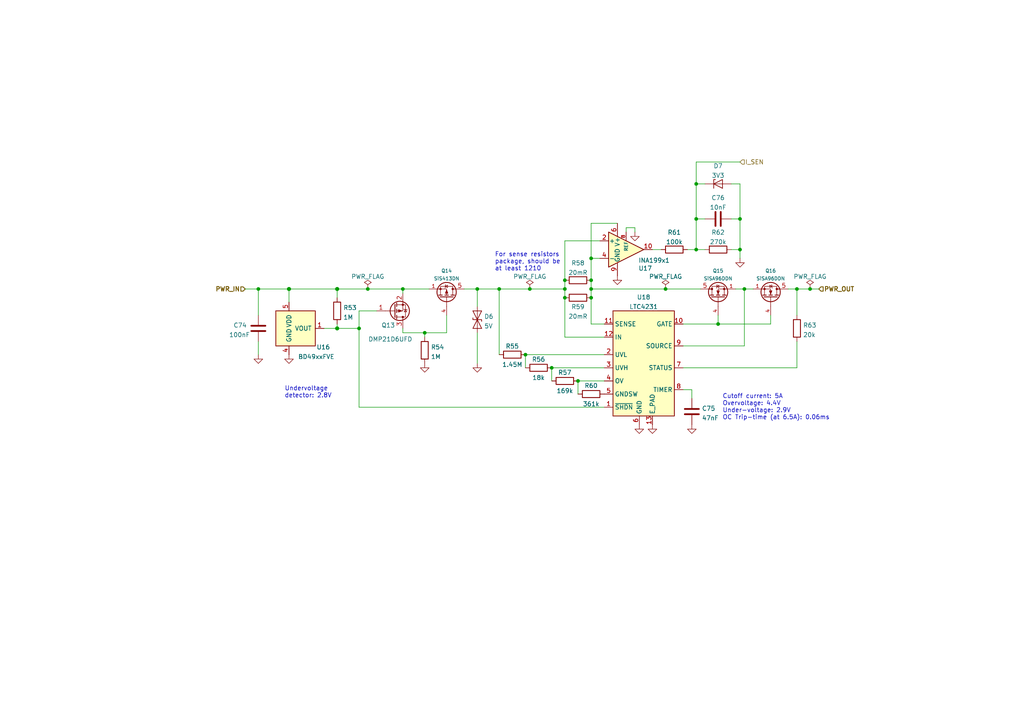
<source format=kicad_sch>
(kicad_sch (version 20210621) (generator eeschema)
  (paper "A4")
  (title_block (title "BUTCube - EPS") (date "2021-06-01") (rev "v1.0") (company "VUT - FIT(STRaDe) & FME(IAE & IPE)") (comment 1 "Author: Petr Malaník"))
  (lib_symbols
    (symbol "Device:C" (pin_numbers hide) (pin_names (offset 0.254))
      (property "Reference" "C" (at 0.635 2.54 0))
      (property "Value" "C" (at 0.635 -2.54 0))
      (symbol "C_0_1"
        (polyline (pts (xy -2.032 -0.762) (xy 2.032 -0.762)) (stroke (width 0.508)))
        (polyline (pts (xy -2.032 0.762) (xy 2.032 0.762)) (stroke (width 0.508)))
      )
      (symbol "C_1_1"
        (pin passive line (at 0 3.81 270) (length 2.794) (name "~") (number "1"))
        (pin passive line (at 0 -3.81 90) (length 2.794) (name "~") (number "2"))
      )
    )
    (symbol "Device:D_TVS" (pin_numbers hide) (pin_names (offset 1.016) hide)
      (property "Reference" "D" (at 0 2.54 0))
      (property "Value" "D_TVS" (at 0 -2.54 0))
      (symbol "D_TVS_0_1"
        (polyline (pts (xy 1.27 0) (xy -1.27 0)))
        (polyline (pts (xy -2.54 -1.27) (xy 0 0) (xy -2.54 1.27) (xy -2.54 -1.27)) (stroke (width 0.2032)))
        (polyline (pts (xy 0.508 1.27) (xy 0 1.27) (xy 0 -1.27) (xy -0.508 -1.27)) (stroke (width 0.2032)))
        (polyline (pts (xy 2.54 1.27) (xy 2.54 -1.27) (xy 0 0) (xy 2.54 1.27)) (stroke (width 0.2032)))
      )
      (symbol "D_TVS_1_1"
        (pin passive line (at -3.81 0 0) (length 2.54) (name "A1") (number "1"))
        (pin passive line (at 3.81 0 180) (length 2.54) (name "A2") (number "2"))
      )
    )
    (symbol "Device:D_Zener" (pin_numbers hide) (pin_names (offset 1.016) hide)
      (property "Reference" "D" (at 0 2.54 0))
      (property "Value" "D_Zener" (at 0 -2.54 0))
      (symbol "D_Zener_0_1"
        (polyline (pts (xy 1.27 0) (xy -1.27 0)))
        (polyline (pts (xy -1.27 -1.27) (xy -1.27 1.27) (xy -0.762 1.27)) (stroke (width 0.2032)))
        (polyline (pts (xy 1.27 -1.27) (xy 1.27 1.27) (xy -1.27 0) (xy 1.27 -1.27)) (stroke (width 0.2032)))
      )
      (symbol "D_Zener_1_1"
        (pin passive line (at -3.81 0 0) (length 2.54) (name "K") (number "1"))
        (pin passive line (at 3.81 0 180) (length 2.54) (name "A") (number "2"))
      )
    )
    (symbol "Device:R" (pin_numbers hide) (pin_names (offset 0))
      (property "Reference" "R" (at 2.032 0 90))
      (property "Value" "R" (at 0 0 90))
      (symbol "R_0_1"
        (rectangle (start -1.016 -2.54) (end 1.016 2.54) (stroke (width 0.254)))
      )
      (symbol "R_1_1"
        (pin passive line (at 0 3.81 270) (length 1.27) (name "~") (number "1"))
        (pin passive line (at 0 -3.81 90) (length 1.27) (name "~") (number "2"))
      )
    )
    (symbol "Power_Management:BD49xxFVE" (pin_names (offset 1.016))
      (property "Reference" "U" (at -3.81 6.35 0))
      (property "Value" "BD49xxFVE" (at -5.08 0 90))
      (symbol "BD49xxFVE_1_1"
        (rectangle (start -3.81 5.08) (end 7.62 -5.08) (stroke (width 0.254)) (fill (type background)))
        (pin output line (at 10.16 0 180) (length 2.54) (name "VOUT") (number "1"))
        (pin passive line (at 0 -7.62 90) (length 2.54) hide (name "GND") (number "2"))
        (pin power_in line (at 0 -7.62 90) (length 2.54) (name "GND") (number "4"))
        (pin power_in line (at 0 7.62 270) (length 2.54) (name "VDD") (number "5"))
      )
    )
    (symbol "TCY_power_management:INA199" (pin_names (offset 0.127))
      (property "Reference" "U" (at 3.81 3.81 0))
      (property "Value" "INA199" (at 3.81 -3.81 0))
      (symbol "INA199_0_1"
        (polyline (pts (xy 5.08 0) (xy -5.08 5.08) (xy -5.08 -5.08) (xy 5.08 0)) (stroke (width 0.254)) (fill (type background)))
      )
      (symbol "INA199_1_1"
        (pin output line (at 7.62 0 180) (length 2.54) (name "~") (number "10"))
        (pin input line (at -7.62 2.54 0) (length 2.54) (name "+") (number "2"))
        (pin input line (at -7.62 2.54 0) (length 2.54) hide (name "+") (number "3"))
        (pin input line (at -7.62 -2.54 0) (length 2.54) (name "-") (number "4"))
        (pin input line (at -7.62 -2.54 0) (length 2.54) hide (name "-") (number "5"))
        (pin power_in line (at -2.54 7.62 270) (length 3.81) (name "V+") (number "6"))
        (pin input line (at 0 5.08 270) (length 2.54) (name "REF") (number "8"))
        (pin power_in line (at -2.54 -7.62 90) (length 3.81) (name "GND") (number "9"))
      )
    )
    (symbol "TCY_power_management:LTC4231"
      (property "Reference" "U" (at 0 11.43 0))
      (property "Value" "LTC4231" (at 0 -5.08 0))
      (symbol "LTC4231_0_1"
        (rectangle (start -8.89 15.24) (end 8.89 -15.24) (stroke (width 0.254)) (fill (type background)))
      )
      (symbol "LTC4231_1_1"
        (pin input line (at -11.43 -12.7 0) (length 2.54) (name "~{SHDN}") (number "1"))
        (pin output line (at 11.43 11.43 180) (length 2.54) (name "GATE") (number "10"))
        (pin input line (at -11.43 11.43 0) (length 2.54) (name "SENSE") (number "11"))
        (pin power_in line (at -11.43 7.62 0) (length 2.54) (name "IN") (number "12"))
        (pin passive line (at 2.54 -17.78 90) (length 2.54) (name "E_PAD") (number "13"))
        (pin input line (at -11.43 2.54 0) (length 2.54) (name "UVL") (number "2"))
        (pin input line (at -11.43 -1.27 0) (length 2.54) (name "UVH") (number "3"))
        (pin input line (at -11.43 -5.08 0) (length 2.54) (name "OV") (number "4"))
        (pin passive line (at -11.43 -8.89 0) (length 2.54) (name "GNDSW") (number "5"))
        (pin passive line (at -1.27 -17.78 90) (length 2.54) (name "GND") (number "6"))
        (pin output line (at 11.43 -1.27 180) (length 2.54) (name "STATUS") (number "7"))
        (pin passive line (at 11.43 -7.62 180) (length 2.54) (name "TIMER") (number "8"))
        (pin input line (at 11.43 5.08 180) (length 2.54) (name "SOURCE") (number "9"))
      )
    )
    (symbol "TCY_transistors:DMP21D6UFD" (pin_names (offset 0) hide)
      (property "Reference" "Q" (at 5.08 1.27 0))
      (property "Value" "DMP21D6UFD" (at -2.54 -15.24 0))
      (symbol "DMP21D6UFD_0_1"
        (circle (center 1.651 0) (radius 2.794) (stroke (width 0.254)))
        (circle (center 2.54 -1.778) (radius 0.254) (fill (type outline)))
        (circle (center 2.54 1.778) (radius 0.254) (fill (type outline)))
        (polyline (pts (xy 0.254 0) (xy -2.54 0)))
        (polyline (pts (xy 0.254 1.905) (xy 0.254 -1.905)) (stroke (width 0.254)))
        (polyline (pts (xy 0.762 -1.27) (xy 0.762 -2.286)) (stroke (width 0.254)))
        (polyline (pts (xy 0.762 0.508) (xy 0.762 -0.508)) (stroke (width 0.254)))
        (polyline (pts (xy 0.762 2.286) (xy 0.762 1.27)) (stroke (width 0.254)))
        (polyline (pts (xy 2.54 2.54) (xy 2.54 1.778)))
        (polyline (pts (xy 2.54 -2.54) (xy 2.54 0) (xy 0.762 0)))
        (polyline (pts (xy 0.762 1.778) (xy 3.302 1.778) (xy 3.302 -1.778) (xy 0.762 -1.778)))
        (polyline (pts (xy 2.794 -0.508) (xy 2.921 -0.381) (xy 3.683 -0.381) (xy 3.81 -0.254)))
        (polyline (pts (xy 3.302 -0.381) (xy 2.921 0.254) (xy 3.683 0.254) (xy 3.302 -0.381)))
        (polyline (pts (xy 2.286 0) (xy 1.27 0.381) (xy 1.27 -0.381) (xy 2.286 0)) (fill (type outline)))
      )
      (symbol "DMP21D6UFD_1_1"
        (pin input line (at -5.08 0 0) (length 2.54) (name "G") (number "1"))
        (pin passive line (at 2.54 -5.08 90) (length 2.54) (name "S") (number "2"))
        (pin passive line (at 2.54 5.08 270) (length 2.54) (name "D") (number "3"))
      )
    )
    (symbol "TCY_transistors:SiS413DN" (pin_names hide)
      (property "Reference" "Q" (at 8.89 2.54 0))
      (property "Value" "SiS413DN" (at 8.89 0 0))
      (symbol "SiS413DN_0_1"
        (circle (center -0.889 0) (radius 2.794) (stroke (width 0.254)))
        (circle (center 0 -1.778) (radius 0.254) (fill (type outline)))
        (circle (center 0 1.778) (radius 0.254) (fill (type outline)))
        (polyline (pts (xy -2.286 0) (xy -5.08 0)))
        (polyline (pts (xy -2.286 1.905) (xy -2.286 -1.905)) (stroke (width 0.254)))
        (polyline (pts (xy -1.778 -1.27) (xy -1.778 -2.286)) (stroke (width 0.254)))
        (polyline (pts (xy -1.778 0.508) (xy -1.778 -0.508)) (stroke (width 0.254)))
        (polyline (pts (xy -1.778 2.286) (xy -1.778 1.27)) (stroke (width 0.254)))
        (polyline (pts (xy 0 2.54) (xy 0 1.778)))
        (polyline (pts (xy 0 -2.54) (xy 0 0) (xy -1.778 0)))
        (polyline (pts (xy -1.778 1.778) (xy 0.762 1.778) (xy 0.762 -1.778) (xy -1.778 -1.778)))
        (polyline (pts (xy 0.254 -0.508) (xy 0.381 -0.381) (xy 1.143 -0.381) (xy 1.27 -0.254)))
        (polyline (pts (xy 0.762 -0.381) (xy 0.381 0.254) (xy 1.143 0.254) (xy 0.762 -0.381)))
        (polyline (pts (xy -0.254 0) (xy -1.27 0.381) (xy -1.27 -0.381) (xy -0.254 0)) (fill (type outline)))
      )
      (symbol "SiS413DN_1_1"
        (pin passive line (at 0 -5.08 90) (length 2.54) (name "S") (number "1"))
        (pin passive line (at 0 -5.08 90) (length 2.54) hide (name "S") (number "2"))
        (pin passive line (at 0 -5.08 90) (length 2.54) hide (name "S") (number "3"))
        (pin passive line (at -7.62 0 0) (length 2.54) (name "G") (number "4"))
        (pin passive line (at 0 5.08 270) (length 2.54) (name "D") (number "5"))
        (pin passive line (at 0 5.08 270) (length 2.54) hide (name "D") (number "6"))
        (pin passive line (at 0 5.08 270) (length 2.54) hide (name "D") (number "7"))
        (pin passive line (at 0 5.08 270) (length 2.54) hide (name "D") (number "8"))
        (pin passive line (at 0 5.08 270) (length 2.54) hide (name "D") (number "9"))
      )
    )
    (symbol "TCY_transistors:SiSA96DDN" (pin_names hide)
      (property "Reference" "Q" (at 7.62 1.27 0))
      (property "Value" "SiSA96DDN" (at 7.62 -1.27 0))
      (symbol "SiSA96DDN_0_1"
        (circle (center 1.651 0) (radius 2.794) (stroke (width 0.254)))
        (circle (center 2.54 -1.778) (radius 0.254) (fill (type outline)))
        (circle (center 2.54 1.778) (radius 0.254) (fill (type outline)))
        (polyline (pts (xy 0.254 0) (xy -2.54 0)))
        (polyline (pts (xy 0.254 1.905) (xy 0.254 -1.905)) (stroke (width 0.254)))
        (polyline (pts (xy 0.762 -1.27) (xy 0.762 -2.286)) (stroke (width 0.254)))
        (polyline (pts (xy 0.762 0.508) (xy 0.762 -0.508)) (stroke (width 0.254)))
        (polyline (pts (xy 0.762 2.286) (xy 0.762 1.27)) (stroke (width 0.254)))
        (polyline (pts (xy 2.54 2.54) (xy 2.54 1.778)))
        (polyline (pts (xy 2.54 2.54) (xy 2.54 1.778)))
        (polyline (pts (xy 2.54 -2.54) (xy 2.54 0) (xy 0.762 0)))
        (polyline (pts (xy 0.762 -1.778) (xy 3.302 -1.778) (xy 3.302 1.778) (xy 0.762 1.778)))
        (polyline (pts (xy 2.794 0.508) (xy 2.921 0.381) (xy 3.683 0.381) (xy 3.81 0.254)))
        (polyline (pts (xy 3.302 0.381) (xy 2.921 -0.254) (xy 3.683 -0.254) (xy 3.302 0.381)))
        (polyline (pts (xy 1.016 0) (xy 2.032 0.381) (xy 2.032 -0.381) (xy 1.016 0)) (fill (type outline)))
      )
      (symbol "SiSA96DDN_1_1"
        (pin passive line (at 2.54 -5.08 90) (length 2.54) (name "S") (number "1"))
        (pin passive line (at 2.54 -5.08 90) (length 2.54) hide (name "S") (number "2"))
        (pin passive line (at 2.54 -5.08 90) (length 2.54) hide (name "S") (number "3"))
        (pin passive line (at -5.08 0 0) (length 2.54) (name "G") (number "4"))
        (pin passive line (at 2.54 5.08 270) (length 2.54) (name "D") (number "5"))
        (pin passive line (at 2.54 5.08 270) (length 2.54) hide (name "D") (number "6"))
        (pin passive line (at 2.54 5.08 270) (length 2.54) hide (name "D") (number "7"))
        (pin passive line (at 2.54 5.08 270) (length 2.54) hide (name "D") (number "8"))
        (pin passive line (at 2.54 5.08 270) (length 2.54) hide (name "D") (number "9"))
      )
    )
    (symbol "power:GND" (power) (pin_names (offset 0))
      (property "Value" "GND" (at 0 -3.81 0))
      (symbol "GND_0_1"
        (polyline (pts (xy 0 0) (xy 0 -1.27) (xy 1.27 -1.27) (xy 0 -2.54) (xy -1.27 -1.27) (xy 0 -1.27)))
      )
      (symbol "GND_1_1"
        (pin power_in line (at 0 0 270) (length 0) hide (name "GND") (number "1"))
      )
    )
    (symbol "power:PWR_FLAG" (power) (pin_numbers hide) (pin_names (offset 0) hide)
      (property "Value" "PWR_FLAG" (at 0 3.81 0))
      (symbol "PWR_FLAG_0_0"
        (pin power_out line (at 0 0 90) (length 0) (name "pwr") (number "1"))
      )
      (symbol "PWR_FLAG_0_1"
        (polyline (pts (xy 0 0) (xy 0 1.27) (xy -1.016 1.905) (xy 0 2.54) (xy 1.016 1.905) (xy 0 1.27)))
      )
    )
  )
  (junction (at 74.93 83.82) (diameter 0.9144))
  (junction (at 83.82 83.82) (diameter 1.016))
  (junction (at 97.79 83.82) (diameter 1.016))
  (junction (at 97.79 95.25) (diameter 1.016))
  (junction (at 104.14 95.25) (diameter 0.9144))
  (junction (at 106.68 83.82) (diameter 0.9144))
  (junction (at 116.84 83.82) (diameter 0.9144))
  (junction (at 123.19 96.52) (diameter 0.9144))
  (junction (at 138.43 83.82) (diameter 0.9144))
  (junction (at 144.78 83.82) (diameter 0.9144))
  (junction (at 152.4 102.87) (diameter 0.9144))
  (junction (at 153.67 83.82) (diameter 0.9144))
  (junction (at 160.02 106.68) (diameter 0.9144))
  (junction (at 163.83 81.28) (diameter 0.9144))
  (junction (at 163.83 83.82) (diameter 0.9144))
  (junction (at 163.83 86.36) (diameter 0.9144))
  (junction (at 167.64 110.49) (diameter 0.9144))
  (junction (at 171.45 74.93) (diameter 0.9144))
  (junction (at 171.45 81.28) (diameter 0.9144))
  (junction (at 171.45 83.82) (diameter 0.9144))
  (junction (at 171.45 86.36) (diameter 0.9144))
  (junction (at 193.04 83.82) (diameter 0.9144))
  (junction (at 201.93 53.34) (diameter 0.9144))
  (junction (at 201.93 63.5) (diameter 0.9144))
  (junction (at 201.93 72.39) (diameter 0.9144))
  (junction (at 208.28 93.98) (diameter 0.9144))
  (junction (at 214.63 63.5) (diameter 0.9144))
  (junction (at 214.63 72.39) (diameter 0.9144))
  (junction (at 215.9 83.82) (diameter 0.9144))
  (junction (at 231.14 83.82) (diameter 0.9144))
  (junction (at 234.95 83.82) (diameter 0.9144))
  (wire (pts (xy 71.12 83.82) (xy 74.93 83.82)))
  (wire (pts (xy 74.93 83.82) (xy 74.93 91.44)))
  (wire (pts (xy 74.93 83.82) (xy 83.82 83.82)))
  (wire (pts (xy 74.93 99.06) (xy 74.93 102.87)))
  (wire (pts (xy 83.82 83.82) (xy 97.79 83.82)))
  (wire (pts (xy 83.82 87.63) (xy 83.82 83.82)))
  (wire (pts (xy 97.79 83.82) (xy 97.79 86.36)))
  (wire (pts (xy 97.79 83.82) (xy 106.68 83.82)))
  (wire (pts (xy 97.79 93.98) (xy 97.79 95.25)))
  (wire (pts (xy 97.79 95.25) (xy 93.98 95.25)))
  (wire (pts (xy 104.14 90.17) (xy 104.14 95.25)))
  (wire (pts (xy 104.14 95.25) (xy 97.79 95.25)))
  (wire (pts (xy 104.14 118.11) (xy 104.14 95.25)))
  (wire (pts (xy 106.68 83.82) (xy 116.84 83.82)))
  (wire (pts (xy 109.22 90.17) (xy 104.14 90.17)))
  (wire (pts (xy 116.84 83.82) (xy 116.84 85.09)))
  (wire (pts (xy 116.84 83.82) (xy 124.46 83.82)))
  (wire (pts (xy 116.84 95.25) (xy 116.84 96.52)))
  (wire (pts (xy 116.84 96.52) (xy 123.19 96.52)))
  (wire (pts (xy 123.19 96.52) (xy 123.19 97.79)))
  (wire (pts (xy 123.19 96.52) (xy 129.54 96.52)))
  (wire (pts (xy 129.54 91.44) (xy 129.54 96.52)))
  (wire (pts (xy 134.62 83.82) (xy 138.43 83.82)))
  (wire (pts (xy 138.43 83.82) (xy 138.43 88.9)))
  (wire (pts (xy 138.43 83.82) (xy 144.78 83.82)))
  (wire (pts (xy 138.43 96.52) (xy 138.43 105.41)))
  (wire (pts (xy 144.78 83.82) (xy 153.67 83.82)))
  (wire (pts (xy 144.78 102.87) (xy 144.78 83.82)))
  (wire (pts (xy 152.4 102.87) (xy 152.4 106.68)))
  (wire (pts (xy 152.4 102.87) (xy 175.26 102.87)))
  (wire (pts (xy 153.67 83.82) (xy 163.83 83.82)))
  (wire (pts (xy 160.02 106.68) (xy 160.02 110.49)))
  (wire (pts (xy 160.02 106.68) (xy 175.26 106.68)))
  (wire (pts (xy 163.83 69.85) (xy 163.83 81.28)))
  (wire (pts (xy 163.83 81.28) (xy 163.83 83.82)))
  (wire (pts (xy 163.83 86.36) (xy 163.83 83.82)))
  (wire (pts (xy 163.83 97.79) (xy 163.83 86.36)))
  (wire (pts (xy 167.64 110.49) (xy 167.64 114.3)))
  (wire (pts (xy 167.64 110.49) (xy 175.26 110.49)))
  (wire (pts (xy 171.45 64.77) (xy 171.45 74.93)))
  (wire (pts (xy 171.45 64.77) (xy 179.07 64.77)))
  (wire (pts (xy 171.45 74.93) (xy 171.45 81.28)))
  (wire (pts (xy 171.45 81.28) (xy 171.45 83.82)))
  (wire (pts (xy 171.45 83.82) (xy 193.04 83.82)))
  (wire (pts (xy 171.45 86.36) (xy 171.45 83.82)))
  (wire (pts (xy 171.45 93.98) (xy 171.45 86.36)))
  (wire (pts (xy 173.99 69.85) (xy 163.83 69.85)))
  (wire (pts (xy 173.99 74.93) (xy 171.45 74.93)))
  (wire (pts (xy 175.26 93.98) (xy 171.45 93.98)))
  (wire (pts (xy 175.26 97.79) (xy 163.83 97.79)))
  (wire (pts (xy 175.26 118.11) (xy 104.14 118.11)))
  (wire (pts (xy 181.61 66.04) (xy 184.15 66.04)))
  (wire (pts (xy 181.61 67.31) (xy 181.61 66.04)))
  (wire (pts (xy 184.15 66.04) (xy 184.15 67.31)))
  (wire (pts (xy 189.23 72.39) (xy 191.77 72.39)))
  (wire (pts (xy 193.04 83.82) (xy 203.2 83.82)))
  (wire (pts (xy 198.12 93.98) (xy 208.28 93.98)))
  (wire (pts (xy 198.12 100.33) (xy 215.9 100.33)))
  (wire (pts (xy 198.12 106.68) (xy 231.14 106.68)))
  (wire (pts (xy 198.12 113.03) (xy 200.66 113.03)))
  (wire (pts (xy 199.39 72.39) (xy 201.93 72.39)))
  (wire (pts (xy 200.66 113.03) (xy 200.66 115.57)))
  (wire (pts (xy 201.93 46.99) (xy 201.93 53.34)))
  (wire (pts (xy 201.93 46.99) (xy 214.63 46.99)))
  (wire (pts (xy 201.93 53.34) (xy 201.93 63.5)))
  (wire (pts (xy 201.93 63.5) (xy 201.93 72.39)))
  (wire (pts (xy 201.93 72.39) (xy 204.47 72.39)))
  (wire (pts (xy 204.47 53.34) (xy 201.93 53.34)))
  (wire (pts (xy 204.47 63.5) (xy 201.93 63.5)))
  (wire (pts (xy 208.28 91.44) (xy 208.28 93.98)))
  (wire (pts (xy 208.28 93.98) (xy 223.52 93.98)))
  (wire (pts (xy 212.09 53.34) (xy 214.63 53.34)))
  (wire (pts (xy 212.09 63.5) (xy 214.63 63.5)))
  (wire (pts (xy 212.09 72.39) (xy 214.63 72.39)))
  (wire (pts (xy 213.36 83.82) (xy 215.9 83.82)))
  (wire (pts (xy 214.63 53.34) (xy 214.63 63.5)))
  (wire (pts (xy 214.63 63.5) (xy 214.63 72.39)))
  (wire (pts (xy 214.63 72.39) (xy 214.63 74.93)))
  (wire (pts (xy 215.9 83.82) (xy 218.44 83.82)))
  (wire (pts (xy 215.9 100.33) (xy 215.9 83.82)))
  (wire (pts (xy 223.52 91.44) (xy 223.52 93.98)))
  (wire (pts (xy 231.14 83.82) (xy 228.6 83.82)))
  (wire (pts (xy 231.14 83.82) (xy 234.95 83.82)))
  (wire (pts (xy 231.14 91.44) (xy 231.14 83.82)))
  (wire (pts (xy 231.14 99.06) (xy 231.14 106.68)))
  (wire (pts (xy 234.95 83.82) (xy 237.49 83.82)))
  (text "Undervoltage\ndetector: 2.8V" (at 82.55 115.57 0) (effects (font (size 1.27 1.27)) (justify left bottom)))
  (text "For sense resistors\npackage, should be\nat least 1210" (at 143.51 78.74 0) (effects (font (size 1.27 1.27)) (justify left bottom)))
  (text "Cutoff current: 5A\nOvervoltage: 4.4V\nUnder-voltage: 2.9V\nOC Trip-time (at 6.5A): 0.06ms" (at 209.55 121.92 0) (effects (font (size 1.27 1.27)) (justify left bottom)))
  (hierarchical_label "PWR_IN" (shape input) (at 71.12 83.82 180) (effects (font (thickness 0.254))))
  (hierarchical_label "I_SEN" (shape input) (at 214.63 46.99 0))
  (hierarchical_label "PWR_OUT" (shape input) (at 237.49 83.82 0) (effects (font (thickness 0.254))))
  (symbol (lib_id "power:PWR_FLAG") (at 106.68 83.82 0)
    (property "Reference" "#FLG07" (effects hide))
    (property "Value" "PWR_FLAG" (at 106.68 80.2154 0))
  )
  (symbol (lib_id "power:PWR_FLAG") (at 153.67 83.82 0)
    (property "Reference" "#FLG08" (effects hide))
    (property "Value" "PWR_FLAG" (at 153.67 80.2154 0))
  )
  (symbol (lib_id "power:PWR_FLAG") (at 193.04 83.82 0)
    (property "Reference" "#FLG09" (effects hide))
    (property "Value" "PWR_FLAG" (at 193.04 80.2154 0))
  )
  (symbol (lib_id "power:PWR_FLAG") (at 234.95 83.82 0)
    (property "Reference" "#FLG010" (effects hide))
    (property "Value" "PWR_FLAG" (at 234.95 80.2154 0))
  )
  (symbol (lib_id "power:GND") (at 74.93 102.87 0)
    (property "Reference" "#PWR0151" (effects hide))
    (property "Value" "GND" (effects hide))
  )
  (symbol (lib_id "power:GND") (at 83.82 102.87 0)
    (property "Reference" "#PWR0152" (effects hide))
    (property "Value" "GND" (effects hide))
  )
  (symbol (lib_id "power:GND") (at 123.19 105.41 0)
    (property "Reference" "#PWR0153" (effects hide))
    (property "Value" "GND" (effects hide))
  )
  (symbol (lib_id "power:GND") (at 138.43 105.41 0)
    (property "Reference" "#PWR0154" (effects hide))
    (property "Value" "GND" (effects hide))
  )
  (symbol (lib_id "power:GND") (at 179.07 80.01 0)
    (property "Reference" "#PWR0155" (effects hide))
    (property "Value" "GND" (effects hide))
  )
  (symbol (lib_id "power:GND") (at 184.15 67.31 0)
    (property "Reference" "#PWR0156" (effects hide))
    (property "Value" "GND" (effects hide))
  )
  (symbol (lib_id "power:GND") (at 185.42 123.19 0)
    (property "Reference" "#PWR0157" (effects hide))
    (property "Value" "GND" (effects hide))
  )
  (symbol (lib_id "power:GND") (at 189.23 123.19 0)
    (property "Reference" "#PWR0158" (effects hide))
    (property "Value" "GND" (effects hide))
  )
  (symbol (lib_id "power:GND") (at 200.66 123.19 0)
    (property "Reference" "#PWR0159" (effects hide))
    (property "Value" "GND" (effects hide))
  )
  (symbol (lib_id "power:GND") (at 214.63 74.93 0)
    (property "Reference" "#PWR0160" (effects hide))
    (property "Value" "GND" (effects hide))
  )
  (symbol (lib_id "Device:R") (at 97.79 90.17 0)
    (property "Reference" "R53" (at 99.5681 89.2615 0) (effects (justify left)))
    (property "Value" "1M" (at 99.5681 92.0366 0) (effects (justify left)))
  )
  (symbol (lib_id "Device:R") (at 123.19 101.6 0)
    (property "Reference" "R54" (at 124.9681 100.6915 0) (effects (justify left)))
    (property "Value" "1M" (at 124.9681 103.4666 0) (effects (justify left)))
  )
  (symbol (lib_id "Device:R") (at 148.59 102.87 90)
    (property "Reference" "R55" (at 148.59 100.4274 90))
    (property "Value" "1.45M" (at 148.59 105.7425 90))
  )
  (symbol (lib_id "Device:R") (at 156.21 106.68 90)
    (property "Reference" "R56" (at 156.21 104.2374 90))
    (property "Value" "18k" (at 156.21 109.5525 90))
  )
  (symbol (lib_id "Device:R") (at 163.83 110.49 90)
    (property "Reference" "R57" (at 163.83 108.0474 90))
    (property "Value" "169k" (at 163.83 113.3625 90))
  )
  (symbol (lib_id "Device:R") (at 167.64 81.28 90)
    (property "Reference" "R58" (at 167.64 76.2974 90))
    (property "Value" "20mR" (at 167.64 79.0725 90))
  )
  (symbol (lib_id "Device:R") (at 167.64 86.36 90)
    (property "Reference" "R59" (at 167.64 88.9974 90))
    (property "Value" "20mR" (at 167.64 91.7725 90))
  )
  (symbol (lib_id "Device:R") (at 171.45 114.3 90)
    (property "Reference" "R60" (at 171.45 111.8574 90))
    (property "Value" "361k" (at 171.45 117.1725 90))
  )
  (symbol (lib_id "Device:R") (at 195.58 72.39 90)
    (property "Reference" "R61" (at 195.58 67.4074 90))
    (property "Value" "100k" (at 195.58 70.1825 90))
  )
  (symbol (lib_id "Device:R") (at 208.28 72.39 90)
    (property "Reference" "R62" (at 208.28 67.4074 90))
    (property "Value" "270k" (at 208.28 70.1825 90))
  )
  (symbol (lib_id "Device:R") (at 231.14 95.25 0)
    (property "Reference" "R63" (at 232.9181 94.3415 0) (effects (justify left)))
    (property "Value" "20k" (at 232.9181 97.1166 0) (effects (justify left)))
  )
  (symbol (lib_id "Device:D_TVS") (at 138.43 92.71 90)
    (property "Reference" "D6" (at 140.4367 91.8015 90) (effects (justify right)))
    (property "Value" "5V" (at 140.4367 94.5766 90) (effects (justify right)))
  )
  (symbol (lib_id "Device:D_Zener") (at 208.28 53.34 0)
    (property "Reference" "D7" (at 208.28 48.1288 0))
    (property "Value" "3V3" (at 208.28 50.9039 0))
  )
  (symbol (lib_id "Device:C") (at 74.93 95.25 0)
    (property "Reference" "C74" (at 67.6911 94.3415 0) (effects (justify left)))
    (property "Value" "100nF" (at 66.4211 97.1166 0) (effects (justify left)))
  )
  (symbol (lib_id "Device:C") (at 200.66 119.38 0)
    (property "Reference" "C75" (at 203.5811 118.4715 0) (effects (justify left)))
    (property "Value" "47nF" (at 203.5811 121.2466 0) (effects (justify left)))
  )
  (symbol (lib_id "Device:C") (at 208.28 63.5 90)
    (property "Reference" "C76" (at 208.28 57.3744 90))
    (property "Value" "10nF" (at 208.28 60.1495 90))
  )
  (symbol (lib_id "TCY_transistors:DMP21D6UFD") (at 114.3 90.17 0) (mirror x)
    (property "Reference" "Q13" (at 110.6171 94.3415 0) (effects (justify left)))
    (property "Value" "DMP21D6UFD" (at 106.8071 98.3866 0) (effects (justify left)))
    (property "Footprint" "TCY_IC:DFN-3_1.2x1.2mm" (effects hide))
  )
  (symbol (lib_id "TCY_transistors:SiS413DN") (at 129.54 83.82 270) (mirror x)
    (property "Reference" "Q14" (at 129.54 78.5488 90) (effects (font (size 1 1))))
    (property "Value" "SiS413DN" (at 129.54 80.7878 90) (effects (font (size 1 1))))
    (property "Footprint" "Package_SO:Vishay_PowerPAK_1212-8_Single" (effects hide))
    (property "Datasheet" "https://www.vishay.com/docs/63262/sis413dn.pdf" (effects hide))
  )
  (symbol (lib_id "TCY_transistors:SiSA96DDN") (at 208.28 86.36 90)
    (property "Reference" "Q15" (at 208.28 78.5488 90) (effects (font (size 1 1))))
    (property "Value" "SiSA96DDN" (at 208.28 80.7878 90) (effects (font (size 1 1))))
    (property "Footprint" "Package_SO:Vishay_PowerPAK_1212-8_Single" (effects hide))
    (property "Datasheet" "https://www.vishay.com/docs/75285/sisa96dn.pdf" (effects hide))
  )
  (symbol (lib_id "TCY_transistors:SiSA96DDN") (at 223.52 86.36 270) (mirror x)
    (property "Reference" "Q16" (at 223.52 78.5488 90) (effects (font (size 1 1))))
    (property "Value" "SiSA96DDN" (at 223.52 80.7878 90) (effects (font (size 1 1))))
    (property "Footprint" "Package_SO:Vishay_PowerPAK_1212-8_Single" (effects hide))
    (property "Datasheet" "https://www.vishay.com/docs/75285/sisa96dn.pdf" (effects hide))
  )
  (symbol (lib_id "Power_Management:BD49xxFVE") (at 83.82 95.25 0)
    (property "Reference" "U16" (at 95.7579 100.6915 0) (effects (justify right)))
    (property "Value" "BD49xxFVE" (at 97.0279 103.4666 0) (effects (justify right)))
    (property "Footprint" "Package_TO_SOT_SMD:VSOF5" (effects hide))
    (property "Datasheet" "https://www.rohm.de/datasheet/BD4830FVE/bd48xxg-e" (effects hide))
  )
  (symbol (lib_id "TCY_power_management:INA199") (at 181.61 72.39 0)
    (property "Reference" "U17" (at 185.1661 77.8315 0) (effects (justify left)))
    (property "Value" "INA199x1" (at 185.1661 75.5266 0) (effects (justify left)))
    (property "Footprint" "Package_DFN_QFN:UQFN-10_1.4x1.8mm_P0.4mm" (effects hide))
    (property "Datasheet" "https://www.ti.com/lit/ds/symlink/ina199.pdf" (effects hide))
  )
  (symbol (lib_id "TCY_power_management:LTC4231") (at 186.69 105.41 0)
    (property "Reference" "U18" (at 186.69 86.2034 0))
    (property "Value" "LTC4231" (at 186.69 88.9785 0))
    (property "Footprint" "Package_DFN_QFN:QFN-12-1EP_3x3mm_P0.5mm_EP1.65x1.65mm_ThermalVias" (effects hide))
    (property "Datasheet" "https://www.analog.com/media/en/technical-documentation/data-sheets/LTC4231.pdf" (effects hide))
  )
)
</source>
